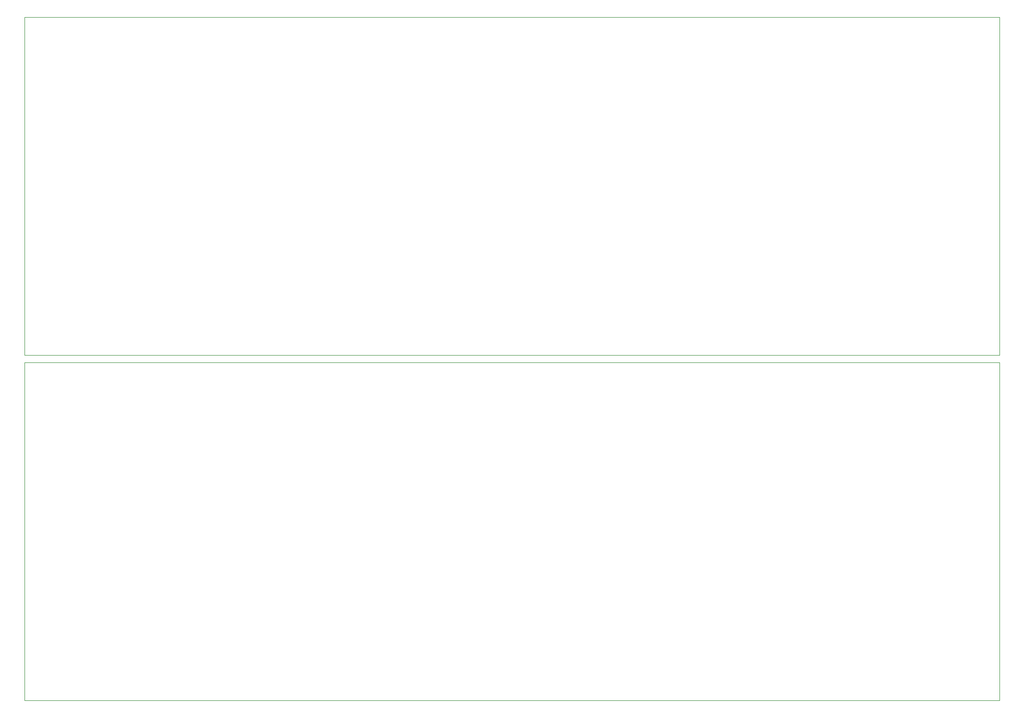
<source format=gbr>
G04 #@! TF.GenerationSoftware,KiCad,Pcbnew,7.0.10*
G04 #@! TF.CreationDate,2024-09-23T02:40:38-05:00*
G04 #@! TF.ProjectId,v2Panel,76325061-6e65-46c2-9e6b-696361645f70,rev?*
G04 #@! TF.SameCoordinates,Original*
G04 #@! TF.FileFunction,Profile,NP*
%FSLAX46Y46*%
G04 Gerber Fmt 4.6, Leading zero omitted, Abs format (unit mm)*
G04 Created by KiCad (PCBNEW 7.0.10) date 2024-09-23 02:40:38*
%MOMM*%
%LPD*%
G01*
G04 APERTURE LIST*
G04 #@! TA.AperFunction,Profile*
%ADD10C,0.100000*%
G04 #@! TD*
G04 APERTURE END LIST*
D10*
X34852003Y-101538022D02*
X203120011Y-101538022D01*
X203120011Y-159958021D01*
X34852003Y-159958021D01*
X34852003Y-101538022D01*
X34853676Y-41813935D02*
X203121684Y-41813935D01*
X203121684Y-100233934D01*
X34853676Y-100233934D01*
X34853676Y-41813935D01*
M02*

</source>
